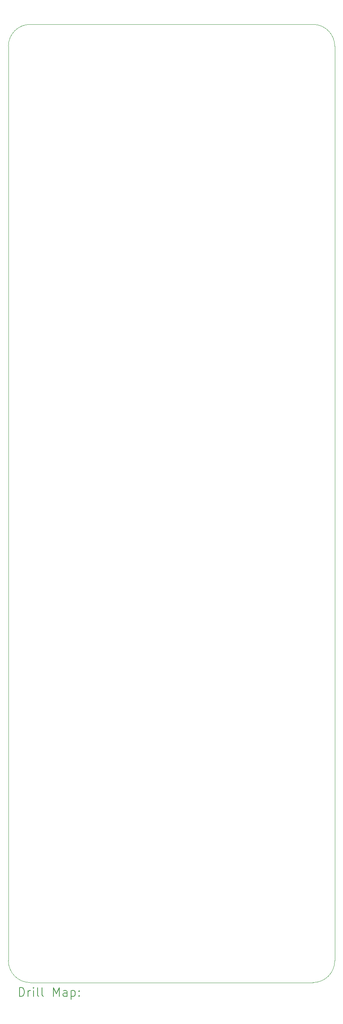
<source format=gbr>
%TF.GenerationSoftware,KiCad,Pcbnew,6.0.10+dfsg-1~bpo11+1*%
%TF.ProjectId,ui,75692e6b-6963-4616-945f-706362585858,rev?*%
%TF.SameCoordinates,Original*%
%TF.FileFunction,Drillmap*%
%TF.FilePolarity,Positive*%
%FSLAX45Y45*%
G04 Gerber Fmt 4.5, Leading zero omitted, Abs format (unit mm)*
%MOMM*%
%LPD*%
G01*
G04 APERTURE LIST*
%ADD10C,0.100000*%
%ADD11C,0.200000*%
G04 APERTURE END LIST*
D10*
X22000000Y-3000000D02*
X15500000Y-3000000D01*
X22000000Y-25000000D02*
G75*
G03*
X22500000Y-24500000I0J500000D01*
G01*
X15000000Y-3500000D02*
X15000000Y-24500000D01*
X15500000Y-3000000D02*
G75*
G03*
X15000000Y-3500000I0J-500000D01*
G01*
X22500000Y-3500000D02*
G75*
G03*
X22000000Y-3000000I-500000J0D01*
G01*
X22500000Y-24500000D02*
X22500000Y-3500000D01*
X15500000Y-25000000D02*
X22000000Y-25000000D01*
X15000000Y-24500000D02*
G75*
G03*
X15500000Y-25000000I500000J0D01*
G01*
D11*
X15252619Y-25315476D02*
X15252619Y-25115476D01*
X15300238Y-25115476D01*
X15328809Y-25125000D01*
X15347857Y-25144048D01*
X15357381Y-25163095D01*
X15366905Y-25201190D01*
X15366905Y-25229762D01*
X15357381Y-25267857D01*
X15347857Y-25286905D01*
X15328809Y-25305952D01*
X15300238Y-25315476D01*
X15252619Y-25315476D01*
X15452619Y-25315476D02*
X15452619Y-25182143D01*
X15452619Y-25220238D02*
X15462143Y-25201190D01*
X15471667Y-25191667D01*
X15490714Y-25182143D01*
X15509762Y-25182143D01*
X15576428Y-25315476D02*
X15576428Y-25182143D01*
X15576428Y-25115476D02*
X15566905Y-25125000D01*
X15576428Y-25134524D01*
X15585952Y-25125000D01*
X15576428Y-25115476D01*
X15576428Y-25134524D01*
X15700238Y-25315476D02*
X15681190Y-25305952D01*
X15671667Y-25286905D01*
X15671667Y-25115476D01*
X15805000Y-25315476D02*
X15785952Y-25305952D01*
X15776428Y-25286905D01*
X15776428Y-25115476D01*
X16033571Y-25315476D02*
X16033571Y-25115476D01*
X16100238Y-25258333D01*
X16166905Y-25115476D01*
X16166905Y-25315476D01*
X16347857Y-25315476D02*
X16347857Y-25210714D01*
X16338333Y-25191667D01*
X16319286Y-25182143D01*
X16281190Y-25182143D01*
X16262143Y-25191667D01*
X16347857Y-25305952D02*
X16328809Y-25315476D01*
X16281190Y-25315476D01*
X16262143Y-25305952D01*
X16252619Y-25286905D01*
X16252619Y-25267857D01*
X16262143Y-25248809D01*
X16281190Y-25239286D01*
X16328809Y-25239286D01*
X16347857Y-25229762D01*
X16443095Y-25182143D02*
X16443095Y-25382143D01*
X16443095Y-25191667D02*
X16462143Y-25182143D01*
X16500238Y-25182143D01*
X16519286Y-25191667D01*
X16528809Y-25201190D01*
X16538333Y-25220238D01*
X16538333Y-25277381D01*
X16528809Y-25296428D01*
X16519286Y-25305952D01*
X16500238Y-25315476D01*
X16462143Y-25315476D01*
X16443095Y-25305952D01*
X16624048Y-25296428D02*
X16633571Y-25305952D01*
X16624048Y-25315476D01*
X16614524Y-25305952D01*
X16624048Y-25296428D01*
X16624048Y-25315476D01*
X16624048Y-25191667D02*
X16633571Y-25201190D01*
X16624048Y-25210714D01*
X16614524Y-25201190D01*
X16624048Y-25191667D01*
X16624048Y-25210714D01*
M02*

</source>
